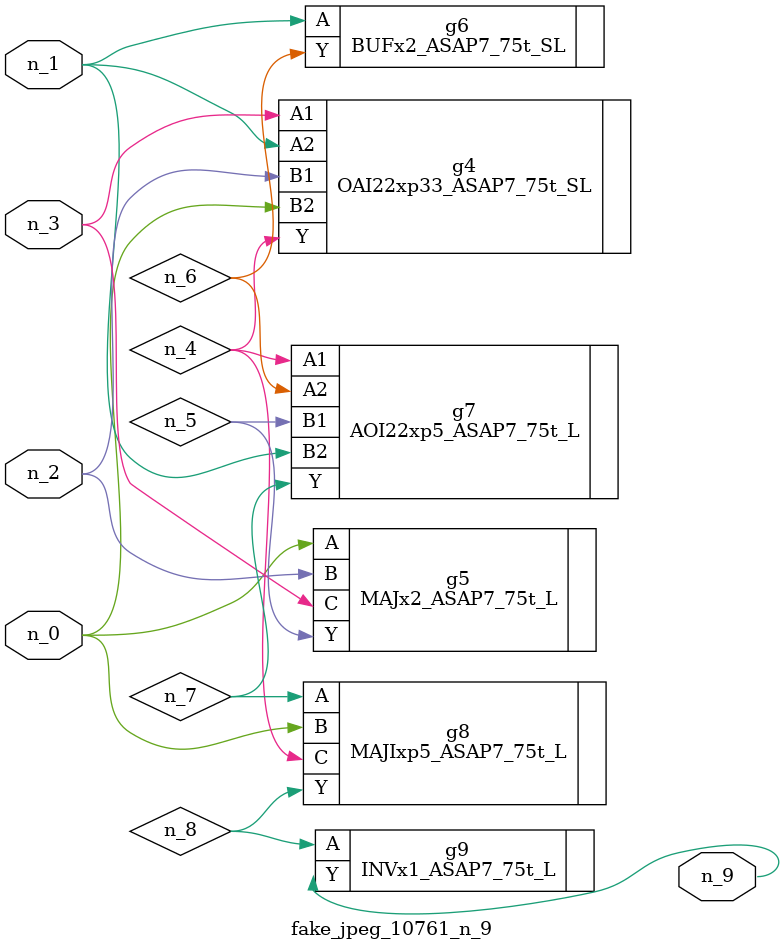
<source format=v>
module fake_jpeg_10761_n_9 (n_0, n_3, n_2, n_1, n_9);

input n_0;
input n_3;
input n_2;
input n_1;

output n_9;

wire n_4;
wire n_8;
wire n_6;
wire n_5;
wire n_7;

OAI22xp33_ASAP7_75t_SL g4 ( 
.A1(n_3),
.A2(n_1),
.B1(n_2),
.B2(n_0),
.Y(n_4)
);

MAJx2_ASAP7_75t_L g5 ( 
.A(n_0),
.B(n_2),
.C(n_3),
.Y(n_5)
);

BUFx2_ASAP7_75t_SL g6 ( 
.A(n_1),
.Y(n_6)
);

AOI22xp5_ASAP7_75t_L g7 ( 
.A1(n_4),
.A2(n_6),
.B1(n_5),
.B2(n_1),
.Y(n_7)
);

MAJIxp5_ASAP7_75t_L g8 ( 
.A(n_7),
.B(n_0),
.C(n_4),
.Y(n_8)
);

INVx1_ASAP7_75t_L g9 ( 
.A(n_8),
.Y(n_9)
);


endmodule
</source>
